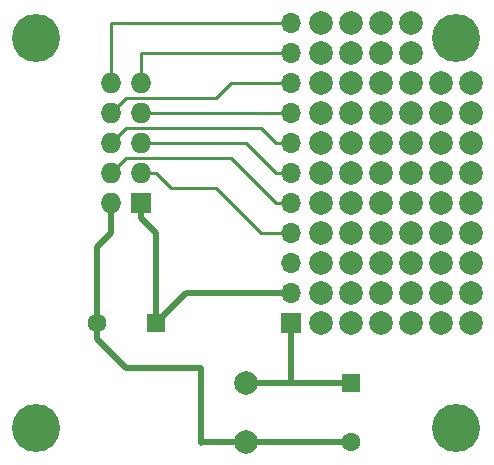
<source format=gbl>
G04 #@! TF.FileFunction,Copper,L2,Bot,Signal*
%FSLAX46Y46*%
G04 Gerber Fmt 4.6, Leading zero omitted, Abs format (unit mm)*
G04 Created by KiCad (PCBNEW 4.0.7-e0-6372~58~ubuntu16.10.1) date Fri Jul 21 12:49:51 2017*
%MOMM*%
%LPD*%
G01*
G04 APERTURE LIST*
%ADD10C,0.100000*%
%ADD11C,4.064000*%
%ADD12C,1.998980*%
%ADD13R,1.600000X1.600000*%
%ADD14C,1.600000*%
%ADD15C,2.000000*%
%ADD16R,1.727200X1.727200*%
%ADD17O,1.727200X1.727200*%
%ADD18R,1.700000X1.700000*%
%ADD19O,1.700000X1.700000*%
%ADD20C,0.500000*%
%ADD21C,0.250000*%
G04 APERTURE END LIST*
D10*
D11*
X156210000Y-110490000D03*
X156210000Y-77470000D03*
X191770000Y-77470000D03*
D12*
X193040000Y-101600000D03*
X190500000Y-101600000D03*
X187960000Y-101600000D03*
X185420000Y-101600000D03*
X182880000Y-101600000D03*
X180340000Y-101600000D03*
X193040000Y-99060000D03*
X190500000Y-99060000D03*
X187960000Y-99060000D03*
X185420000Y-99060000D03*
X182880000Y-99060000D03*
X180340000Y-99060000D03*
X193040000Y-96520000D03*
X190500000Y-96520000D03*
X187960000Y-96520000D03*
X185420000Y-96520000D03*
X182880000Y-96520000D03*
X180340000Y-96520000D03*
X193040000Y-93980000D03*
X190500000Y-93980000D03*
X187960000Y-93980000D03*
X185420000Y-93980000D03*
X182880000Y-93980000D03*
X180340000Y-93980000D03*
X193040000Y-91440000D03*
X190500000Y-91440000D03*
X187960000Y-91440000D03*
X185420000Y-91440000D03*
X182880000Y-91440000D03*
X180340000Y-91440000D03*
X193040000Y-88900000D03*
X190500000Y-88900000D03*
X187960000Y-88900000D03*
X185420000Y-88900000D03*
X182880000Y-88900000D03*
X180340000Y-88900000D03*
X193040000Y-86360000D03*
X190500000Y-86360000D03*
X187960000Y-86360000D03*
X185420000Y-86360000D03*
X182880000Y-86360000D03*
X180340000Y-86360000D03*
X193040000Y-83820000D03*
X190500000Y-83820000D03*
X187960000Y-83820000D03*
X185420000Y-83820000D03*
X182880000Y-83820000D03*
X180340000Y-83820000D03*
X193040000Y-81280000D03*
X190500000Y-81280000D03*
X187960000Y-81280000D03*
X185420000Y-81280000D03*
X182880000Y-81280000D03*
X180340000Y-81280000D03*
X187960000Y-78740000D03*
X185420000Y-78740000D03*
X182880000Y-78740000D03*
X180340000Y-78740000D03*
X187960000Y-76200000D03*
X185420000Y-76200000D03*
X182880000Y-76200000D03*
D13*
X166370000Y-101600000D03*
D14*
X161370000Y-101600000D03*
D13*
X182880000Y-106680000D03*
D14*
X182880000Y-111680000D03*
D15*
X173990000Y-106680000D03*
X173990000Y-111680000D03*
D16*
X165100000Y-91440000D03*
D17*
X162560000Y-91440000D03*
X165100000Y-88900000D03*
X162560000Y-88900000D03*
X165100000Y-86360000D03*
X162560000Y-86360000D03*
X165100000Y-83820000D03*
X162560000Y-83820000D03*
X165100000Y-81280000D03*
X162560000Y-81280000D03*
D18*
X177800000Y-101600000D03*
D19*
X177800000Y-99060000D03*
X177800000Y-96520000D03*
X177800000Y-93980000D03*
X177800000Y-91440000D03*
X177800000Y-88900000D03*
X177800000Y-86360000D03*
X177800000Y-83820000D03*
X177800000Y-81280000D03*
X177800000Y-78740000D03*
X177800000Y-76200000D03*
D12*
X180340000Y-76200000D03*
D11*
X191770000Y-110490000D03*
D20*
X166370000Y-101600000D02*
X168910000Y-99060000D01*
X168910000Y-99060000D02*
X177800000Y-99060000D01*
X165100000Y-91440000D02*
X165100000Y-92710000D01*
X166370000Y-93980000D02*
X166370000Y-101600000D01*
X165100000Y-92710000D02*
X166370000Y-93980000D01*
X161370000Y-101600000D02*
X161370000Y-102950000D01*
X170260000Y-111680000D02*
X173990000Y-111680000D01*
X170180000Y-111760000D02*
X170260000Y-111680000D01*
X170180000Y-105410000D02*
X170180000Y-111760000D01*
X163830000Y-105410000D02*
X170180000Y-105410000D01*
X161370000Y-102950000D02*
X163830000Y-105410000D01*
X173990000Y-111680000D02*
X182880000Y-111680000D01*
X162560000Y-91440000D02*
X162560000Y-93980000D01*
X161370000Y-95170000D02*
X161370000Y-101600000D01*
X162560000Y-93980000D02*
X161370000Y-95170000D01*
X177800000Y-101600000D02*
X177800000Y-106680000D01*
X182880000Y-106680000D02*
X177800000Y-106680000D01*
X177800000Y-106680000D02*
X173990000Y-106680000D01*
D21*
X177800000Y-93980000D02*
X175260000Y-93980000D01*
X166370000Y-88900000D02*
X165100000Y-88900000D01*
X167640000Y-90170000D02*
X166370000Y-88900000D01*
X171450000Y-90170000D02*
X167640000Y-90170000D01*
X175260000Y-93980000D02*
X171450000Y-90170000D01*
X162560000Y-88900000D02*
X163830000Y-87630000D01*
X176530000Y-91440000D02*
X177800000Y-91440000D01*
X173990000Y-88900000D02*
X176530000Y-91440000D01*
X172720000Y-87630000D02*
X173990000Y-88900000D01*
X163830000Y-87630000D02*
X172720000Y-87630000D01*
X165100000Y-86360000D02*
X173990000Y-86360000D01*
X176530000Y-88900000D02*
X177800000Y-88900000D01*
X173990000Y-86360000D02*
X176530000Y-88900000D01*
X162560000Y-86360000D02*
X163830000Y-85090000D01*
X176530000Y-86360000D02*
X177800000Y-86360000D01*
X175260000Y-85090000D02*
X176530000Y-86360000D01*
X163830000Y-85090000D02*
X175260000Y-85090000D01*
X165100000Y-83820000D02*
X177800000Y-83820000D01*
X162560000Y-83820000D02*
X163830000Y-82550000D01*
X172720000Y-81280000D02*
X177800000Y-81280000D01*
X171450000Y-82550000D02*
X172720000Y-81280000D01*
X163830000Y-82550000D02*
X171450000Y-82550000D01*
X165100000Y-81280000D02*
X165100000Y-78740000D01*
X165100000Y-78740000D02*
X177800000Y-78740000D01*
X162560000Y-81280000D02*
X162560000Y-76200000D01*
X162560000Y-76200000D02*
X177800000Y-76200000D01*
M02*

</source>
